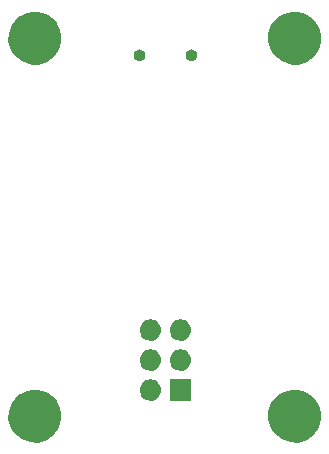
<source format=gbs>
G04 #@! TF.FileFunction,Soldermask,Bot*
%FSLAX46Y46*%
G04 Gerber Fmt 4.6, Leading zero omitted, Abs format (unit mm)*
G04 Created by KiCad (PCBNEW 4.0.6) date Sunday, July 09, 2017 'PMt' 08:53:28 PM*
%MOMM*%
%LPD*%
G01*
G04 APERTURE LIST*
%ADD10C,0.100000*%
G04 APERTURE END LIST*
D10*
G36*
X79990276Y-71721491D02*
X80420593Y-71809822D01*
X80825552Y-71980051D01*
X81189739Y-72225697D01*
X81499277Y-72537405D01*
X81742375Y-72903295D01*
X81909773Y-73309434D01*
X81995030Y-73740013D01*
X81995030Y-73740023D01*
X81995096Y-73740357D01*
X81988089Y-74242105D01*
X81988013Y-74242439D01*
X81988013Y-74242451D01*
X81890770Y-74670474D01*
X81712094Y-75071784D01*
X81458876Y-75430744D01*
X81140752Y-75733689D01*
X80769854Y-75969067D01*
X80360295Y-76127926D01*
X79927685Y-76204206D01*
X79488494Y-76195007D01*
X79059448Y-76100675D01*
X78656906Y-75924809D01*
X78296186Y-75674102D01*
X77991030Y-75358103D01*
X77753067Y-74988857D01*
X77591354Y-74580418D01*
X77512053Y-74148342D01*
X77518188Y-73709100D01*
X77609519Y-73279416D01*
X77782574Y-72875649D01*
X78030756Y-72513188D01*
X78344617Y-72205833D01*
X78712195Y-71965297D01*
X79119495Y-71800737D01*
X79550997Y-71718423D01*
X79990276Y-71721491D01*
X79990276Y-71721491D01*
G37*
G36*
X101990276Y-71721491D02*
X102420593Y-71809822D01*
X102825552Y-71980051D01*
X103189739Y-72225697D01*
X103499277Y-72537405D01*
X103742375Y-72903295D01*
X103909773Y-73309434D01*
X103995030Y-73740013D01*
X103995030Y-73740023D01*
X103995096Y-73740357D01*
X103988089Y-74242105D01*
X103988013Y-74242439D01*
X103988013Y-74242451D01*
X103890770Y-74670474D01*
X103712094Y-75071784D01*
X103458876Y-75430744D01*
X103140752Y-75733689D01*
X102769854Y-75969067D01*
X102360295Y-76127926D01*
X101927685Y-76204206D01*
X101488494Y-76195007D01*
X101059448Y-76100675D01*
X100656906Y-75924809D01*
X100296186Y-75674102D01*
X99991030Y-75358103D01*
X99753067Y-74988857D01*
X99591354Y-74580418D01*
X99512053Y-74148342D01*
X99518188Y-73709100D01*
X99609519Y-73279416D01*
X99782574Y-72875649D01*
X100030756Y-72513188D01*
X100344617Y-72205833D01*
X100712195Y-71965297D01*
X101119495Y-71800737D01*
X101550997Y-71718423D01*
X101990276Y-71721491D01*
X101990276Y-71721491D01*
G37*
G36*
X89546729Y-70851451D02*
X89551988Y-70851488D01*
X89727241Y-70871146D01*
X89895338Y-70924469D01*
X90049876Y-71009427D01*
X90184970Y-71122784D01*
X90295472Y-71260222D01*
X90377175Y-71416505D01*
X90426967Y-71585682D01*
X90426970Y-71585716D01*
X90426974Y-71585729D01*
X90442953Y-71761306D01*
X90424524Y-71936645D01*
X90424520Y-71936659D01*
X90424516Y-71936694D01*
X90372368Y-72105159D01*
X90288490Y-72260287D01*
X90176079Y-72396168D01*
X90039417Y-72507628D01*
X89883707Y-72590420D01*
X89714882Y-72641391D01*
X89539372Y-72658600D01*
X89530592Y-72658600D01*
X89523271Y-72658549D01*
X89518012Y-72658512D01*
X89342759Y-72638854D01*
X89174662Y-72585531D01*
X89020124Y-72500573D01*
X88885030Y-72387216D01*
X88774528Y-72249778D01*
X88692825Y-72093495D01*
X88643033Y-71924318D01*
X88643030Y-71924284D01*
X88643026Y-71924271D01*
X88627047Y-71748694D01*
X88645476Y-71573355D01*
X88645480Y-71573341D01*
X88645484Y-71573306D01*
X88697632Y-71404841D01*
X88781510Y-71249713D01*
X88893921Y-71113832D01*
X89030583Y-71002372D01*
X89186293Y-70919580D01*
X89355118Y-70868609D01*
X89530628Y-70851400D01*
X89539408Y-70851400D01*
X89546729Y-70851451D01*
X89546729Y-70851451D01*
G37*
G36*
X92978600Y-72658600D02*
X91171400Y-72658600D01*
X91171400Y-70851400D01*
X92978600Y-70851400D01*
X92978600Y-72658600D01*
X92978600Y-72658600D01*
G37*
G36*
X92086729Y-68311451D02*
X92091988Y-68311488D01*
X92267241Y-68331146D01*
X92435338Y-68384469D01*
X92589876Y-68469427D01*
X92724970Y-68582784D01*
X92835472Y-68720222D01*
X92917175Y-68876505D01*
X92966967Y-69045682D01*
X92966970Y-69045716D01*
X92966974Y-69045729D01*
X92982953Y-69221306D01*
X92964524Y-69396645D01*
X92964520Y-69396659D01*
X92964516Y-69396694D01*
X92912368Y-69565159D01*
X92828490Y-69720287D01*
X92716079Y-69856168D01*
X92579417Y-69967628D01*
X92423707Y-70050420D01*
X92254882Y-70101391D01*
X92079372Y-70118600D01*
X92070592Y-70118600D01*
X92063271Y-70118549D01*
X92058012Y-70118512D01*
X91882759Y-70098854D01*
X91714662Y-70045531D01*
X91560124Y-69960573D01*
X91425030Y-69847216D01*
X91314528Y-69709778D01*
X91232825Y-69553495D01*
X91183033Y-69384318D01*
X91183030Y-69384284D01*
X91183026Y-69384271D01*
X91167047Y-69208694D01*
X91185476Y-69033355D01*
X91185480Y-69033341D01*
X91185484Y-69033306D01*
X91237632Y-68864841D01*
X91321510Y-68709713D01*
X91433921Y-68573832D01*
X91570583Y-68462372D01*
X91726293Y-68379580D01*
X91895118Y-68328609D01*
X92070628Y-68311400D01*
X92079408Y-68311400D01*
X92086729Y-68311451D01*
X92086729Y-68311451D01*
G37*
G36*
X89546729Y-68311451D02*
X89551988Y-68311488D01*
X89727241Y-68331146D01*
X89895338Y-68384469D01*
X90049876Y-68469427D01*
X90184970Y-68582784D01*
X90295472Y-68720222D01*
X90377175Y-68876505D01*
X90426967Y-69045682D01*
X90426970Y-69045716D01*
X90426974Y-69045729D01*
X90442953Y-69221306D01*
X90424524Y-69396645D01*
X90424520Y-69396659D01*
X90424516Y-69396694D01*
X90372368Y-69565159D01*
X90288490Y-69720287D01*
X90176079Y-69856168D01*
X90039417Y-69967628D01*
X89883707Y-70050420D01*
X89714882Y-70101391D01*
X89539372Y-70118600D01*
X89530592Y-70118600D01*
X89523271Y-70118549D01*
X89518012Y-70118512D01*
X89342759Y-70098854D01*
X89174662Y-70045531D01*
X89020124Y-69960573D01*
X88885030Y-69847216D01*
X88774528Y-69709778D01*
X88692825Y-69553495D01*
X88643033Y-69384318D01*
X88643030Y-69384284D01*
X88643026Y-69384271D01*
X88627047Y-69208694D01*
X88645476Y-69033355D01*
X88645480Y-69033341D01*
X88645484Y-69033306D01*
X88697632Y-68864841D01*
X88781510Y-68709713D01*
X88893921Y-68573832D01*
X89030583Y-68462372D01*
X89186293Y-68379580D01*
X89355118Y-68328609D01*
X89530628Y-68311400D01*
X89539408Y-68311400D01*
X89546729Y-68311451D01*
X89546729Y-68311451D01*
G37*
G36*
X92086729Y-65771451D02*
X92091988Y-65771488D01*
X92267241Y-65791146D01*
X92435338Y-65844469D01*
X92589876Y-65929427D01*
X92724970Y-66042784D01*
X92835472Y-66180222D01*
X92917175Y-66336505D01*
X92966967Y-66505682D01*
X92966970Y-66505716D01*
X92966974Y-66505729D01*
X92982953Y-66681306D01*
X92964524Y-66856645D01*
X92964520Y-66856659D01*
X92964516Y-66856694D01*
X92912368Y-67025159D01*
X92828490Y-67180287D01*
X92716079Y-67316168D01*
X92579417Y-67427628D01*
X92423707Y-67510420D01*
X92254882Y-67561391D01*
X92079372Y-67578600D01*
X92070592Y-67578600D01*
X92063271Y-67578549D01*
X92058012Y-67578512D01*
X91882759Y-67558854D01*
X91714662Y-67505531D01*
X91560124Y-67420573D01*
X91425030Y-67307216D01*
X91314528Y-67169778D01*
X91232825Y-67013495D01*
X91183033Y-66844318D01*
X91183030Y-66844284D01*
X91183026Y-66844271D01*
X91167047Y-66668694D01*
X91185476Y-66493355D01*
X91185480Y-66493341D01*
X91185484Y-66493306D01*
X91237632Y-66324841D01*
X91321510Y-66169713D01*
X91433921Y-66033832D01*
X91570583Y-65922372D01*
X91726293Y-65839580D01*
X91895118Y-65788609D01*
X92070628Y-65771400D01*
X92079408Y-65771400D01*
X92086729Y-65771451D01*
X92086729Y-65771451D01*
G37*
G36*
X89546729Y-65771451D02*
X89551988Y-65771488D01*
X89727241Y-65791146D01*
X89895338Y-65844469D01*
X90049876Y-65929427D01*
X90184970Y-66042784D01*
X90295472Y-66180222D01*
X90377175Y-66336505D01*
X90426967Y-66505682D01*
X90426970Y-66505716D01*
X90426974Y-66505729D01*
X90442953Y-66681306D01*
X90424524Y-66856645D01*
X90424520Y-66856659D01*
X90424516Y-66856694D01*
X90372368Y-67025159D01*
X90288490Y-67180287D01*
X90176079Y-67316168D01*
X90039417Y-67427628D01*
X89883707Y-67510420D01*
X89714882Y-67561391D01*
X89539372Y-67578600D01*
X89530592Y-67578600D01*
X89523271Y-67578549D01*
X89518012Y-67578512D01*
X89342759Y-67558854D01*
X89174662Y-67505531D01*
X89020124Y-67420573D01*
X88885030Y-67307216D01*
X88774528Y-67169778D01*
X88692825Y-67013495D01*
X88643033Y-66844318D01*
X88643030Y-66844284D01*
X88643026Y-66844271D01*
X88627047Y-66668694D01*
X88645476Y-66493355D01*
X88645480Y-66493341D01*
X88645484Y-66493306D01*
X88697632Y-66324841D01*
X88781510Y-66169713D01*
X88893921Y-66033832D01*
X89030583Y-65922372D01*
X89186293Y-65839580D01*
X89355118Y-65788609D01*
X89530628Y-65771400D01*
X89539408Y-65771400D01*
X89546729Y-65771451D01*
X89546729Y-65771451D01*
G37*
G36*
X79990276Y-39721491D02*
X80420593Y-39809822D01*
X80825552Y-39980051D01*
X81189739Y-40225697D01*
X81499277Y-40537405D01*
X81742375Y-40903295D01*
X81909773Y-41309434D01*
X81995030Y-41740013D01*
X81995030Y-41740023D01*
X81995096Y-41740357D01*
X81988089Y-42242105D01*
X81988013Y-42242439D01*
X81988013Y-42242451D01*
X81890770Y-42670474D01*
X81712094Y-43071784D01*
X81458876Y-43430744D01*
X81140752Y-43733689D01*
X80769854Y-43969067D01*
X80360295Y-44127926D01*
X79927685Y-44204206D01*
X79488494Y-44195007D01*
X79059448Y-44100675D01*
X78656906Y-43924809D01*
X78296186Y-43674102D01*
X77991030Y-43358103D01*
X77753067Y-42988857D01*
X77591354Y-42580418D01*
X77512053Y-42148342D01*
X77518188Y-41709100D01*
X77609519Y-41279416D01*
X77782574Y-40875649D01*
X78030756Y-40513188D01*
X78344617Y-40205833D01*
X78712195Y-39965297D01*
X79119495Y-39800737D01*
X79550997Y-39718423D01*
X79990276Y-39721491D01*
X79990276Y-39721491D01*
G37*
G36*
X101990276Y-39721491D02*
X102420593Y-39809822D01*
X102825552Y-39980051D01*
X103189739Y-40225697D01*
X103499277Y-40537405D01*
X103742375Y-40903295D01*
X103909773Y-41309434D01*
X103995030Y-41740013D01*
X103995030Y-41740023D01*
X103995096Y-41740357D01*
X103988089Y-42242105D01*
X103988013Y-42242439D01*
X103988013Y-42242451D01*
X103890770Y-42670474D01*
X103712094Y-43071784D01*
X103458876Y-43430744D01*
X103140752Y-43733689D01*
X102769854Y-43969067D01*
X102360295Y-44127926D01*
X101927685Y-44204206D01*
X101488494Y-44195007D01*
X101059448Y-44100675D01*
X100656906Y-43924809D01*
X100296186Y-43674102D01*
X99991030Y-43358103D01*
X99753067Y-42988857D01*
X99591354Y-42580418D01*
X99512053Y-42148342D01*
X99518188Y-41709100D01*
X99609519Y-41279416D01*
X99782574Y-40875649D01*
X100030756Y-40513188D01*
X100344617Y-40205833D01*
X100712195Y-39965297D01*
X101119495Y-39800737D01*
X101550997Y-39718423D01*
X101990276Y-39721491D01*
X101990276Y-39721491D01*
G37*
G36*
X93056062Y-42906644D02*
X93150117Y-42925951D01*
X93238620Y-42963154D01*
X93318224Y-43016847D01*
X93385876Y-43084973D01*
X93439006Y-43164942D01*
X93475594Y-43253709D01*
X93494175Y-43347550D01*
X93494175Y-43347560D01*
X93494241Y-43347894D01*
X93492710Y-43457558D01*
X93492634Y-43457892D01*
X93492634Y-43457903D01*
X93471441Y-43551183D01*
X93432388Y-43638897D01*
X93377048Y-43717348D01*
X93307514Y-43783563D01*
X93226449Y-43835009D01*
X93136935Y-43869730D01*
X93042384Y-43886401D01*
X92946393Y-43884391D01*
X92852618Y-43863772D01*
X92764639Y-43825336D01*
X92685794Y-43770537D01*
X92619099Y-43701473D01*
X92567091Y-43620772D01*
X92531747Y-43531502D01*
X92514414Y-43437062D01*
X92515755Y-43341062D01*
X92535716Y-43247151D01*
X92573540Y-43158899D01*
X92627783Y-43079681D01*
X92696383Y-43012502D01*
X92776721Y-42959930D01*
X92865742Y-42923964D01*
X92960050Y-42905973D01*
X93056062Y-42906644D01*
X93056062Y-42906644D01*
G37*
G36*
X88656782Y-42906644D02*
X88750837Y-42925951D01*
X88839340Y-42963154D01*
X88918944Y-43016847D01*
X88986596Y-43084973D01*
X89039726Y-43164942D01*
X89076314Y-43253709D01*
X89094895Y-43347550D01*
X89094895Y-43347560D01*
X89094961Y-43347894D01*
X89093430Y-43457558D01*
X89093354Y-43457892D01*
X89093354Y-43457903D01*
X89072161Y-43551183D01*
X89033108Y-43638897D01*
X88977768Y-43717348D01*
X88908234Y-43783563D01*
X88827169Y-43835009D01*
X88737655Y-43869730D01*
X88643104Y-43886401D01*
X88547113Y-43884391D01*
X88453338Y-43863772D01*
X88365359Y-43825336D01*
X88286514Y-43770537D01*
X88219819Y-43701473D01*
X88167811Y-43620772D01*
X88132467Y-43531502D01*
X88115134Y-43437062D01*
X88116475Y-43341062D01*
X88136436Y-43247151D01*
X88174260Y-43158899D01*
X88228503Y-43079681D01*
X88297103Y-43012502D01*
X88377441Y-42959930D01*
X88466462Y-42923964D01*
X88560770Y-42905973D01*
X88656782Y-42906644D01*
X88656782Y-42906644D01*
G37*
M02*

</source>
